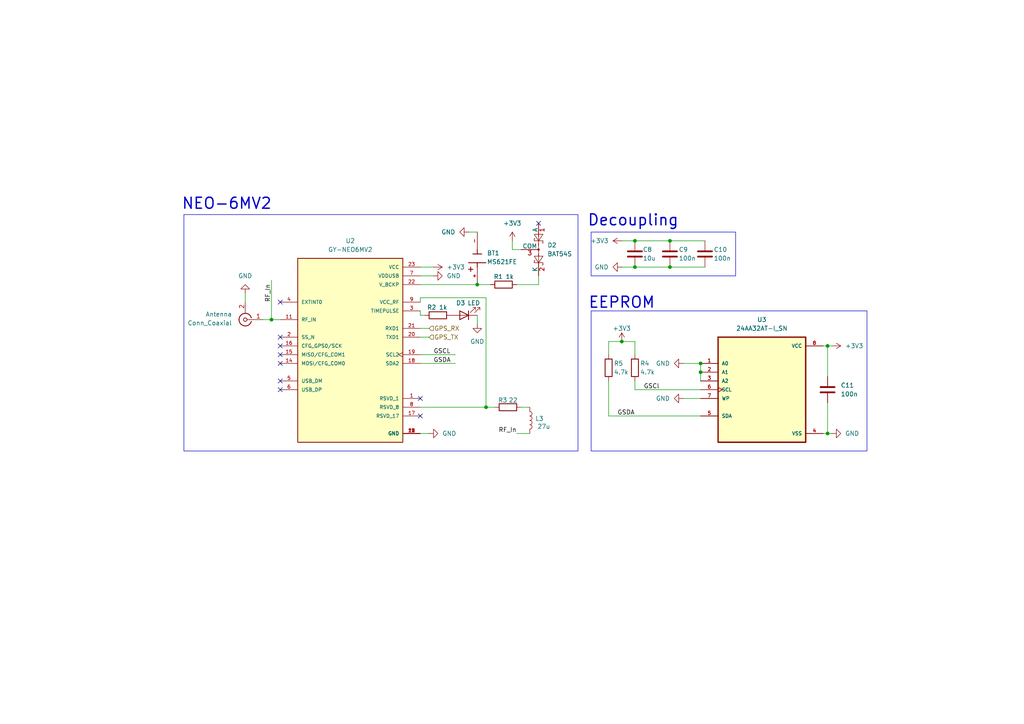
<source format=kicad_sch>
(kicad_sch (version 20250114) (generator "eeschema") (generator_version "9.0")
  (paper "A4")
  (lib_symbols
    (symbol "24AA32AT-I_SN:24AA32AT-I_SN" (pin_names (offset 1.016))
      (property "Reference" "U" (at -12.7 16.24 0))
      (property "Value" "24AA32AT-I_SN" (at -12.7 -19.24 0))
      (symbol "24AA32AT-I_SN_0_0"
        (rectangle (start -12.7 -15.24) (end 12.7 15.24) (stroke (width 0.41)) (fill (type background)))
        (pin input line (at -17.78 7.62 0) (length 5.08) (name "A0") (number "1"))
        (pin input line (at -17.78 5.08 0) (length 5.08) (name "A1") (number "2"))
        (pin input line (at -17.78 2.54 0) (length 5.08) (name "A2") (number "3"))
        (pin input clock (at -17.78 0 0) (length 5.08) (name "SCL") (number "6"))
        (pin input line (at -17.78 -2.54 0) (length 5.08) (name "WP") (number "7"))
        (pin bidirectional line (at -17.78 -7.62 0) (length 5.08) (name "SDA") (number "5"))
        (pin power_in line (at 17.78 12.7 180) (length 5.08) (name "VCC") (number "8"))
        (pin power_in line (at 17.78 -12.7 180) (length 5.08) (name "VSS") (number "4"))
      )
    )
    (symbol "Connector:Conn_Coaxial" (pin_names (offset 1.016) (hide yes))
      (property "Reference" "J" (at 0.254 3.048 0))
      (property "Value" "Conn_Coaxial" (at 2.921 0 90))
      (symbol "Conn_Coaxial_0_1"
        (polyline (pts (xy -2.54 0) (xy -0.508 0)))
        (arc (start 1.778 0) (mid 0.222 -1.8079) (end -1.778 -0.508) (stroke (width 0.254)))
        (arc (start -1.778 0.508) (mid 0.2221 1.8084) (end 1.778 0) (stroke (width 0.254)))
        (circle (center 0 0) (radius 0.508) (stroke (width 0.2032)))
        (polyline (pts (xy 0 -2.54) (xy 0 -1.778)))
      )
      (symbol "Conn_Coaxial_1_1"
        (pin passive line (at -5.08 0 0) (length 2.54) (name "In") (number "1"))
        (pin passive line (at 0 -5.08 90) (length 2.54) (name "Ext") (number "2"))
      )
    )
    (symbol "Device:C" (pin_numbers (hide yes)) (pin_names (offset 0.254))
      (property "Reference" "C" (at 0.635 2.54 0))
      (property "Value" "C" (at 0.635 -2.54 0))
      (symbol "C_0_1"
        (polyline (pts (xy -2.032 0.762) (xy 2.032 0.762)) (stroke (width 0.508)))
        (polyline (pts (xy -2.032 -0.762) (xy 2.032 -0.762)) (stroke (width 0.508)))
      )
      (symbol "C_1_1"
        (pin passive line (at 0 3.81 270) (length 2.794) (name "~") (number "1"))
        (pin passive line (at 0 -3.81 90) (length 2.794) (name "~") (number "2"))
      )
    )
    (symbol "Device:L" (pin_numbers (hide yes)) (pin_names (offset 1.016) (hide yes))
      (property "Reference" "L" (at -1.27 0 90))
      (property "Value" "L" (at 1.905 0 90))
      (symbol "L_0_1"
        (arc (start 0 2.54) (mid 0.6323 1.905) (end 0 1.27))
        (arc (start 0 1.27) (mid 0.6323 0.635) (end 0 0))
        (arc (start 0 0) (mid 0.6323 -0.635) (end 0 -1.27))
        (arc (start 0 -1.27) (mid 0.6323 -1.905) (end 0 -2.54))
      )
      (symbol "L_1_1"
        (pin passive line (at 0 3.81 270) (length 1.27) (name "1") (number "1"))
        (pin passive line (at 0 -3.81 90) (length 1.27) (name "2") (number "2"))
      )
    )
    (symbol "Device:LED" (pin_numbers (hide yes)) (pin_names (offset 1.016) (hide yes))
      (property "Reference" "D" (at 0 2.54 0))
      (property "Value" "LED" (at 0 -2.54 0))
      (symbol "LED_0_1"
        (polyline (pts (xy -3.048 -0.762) (xy -4.572 -2.286) (xy -3.81 -2.286) (xy -4.572 -2.286) (xy -4.572 -1.524)))
        (polyline (pts (xy -1.778 -0.762) (xy -3.302 -2.286) (xy -2.54 -2.286) (xy -3.302 -2.286) (xy -3.302 -1.524)))
        (polyline (pts (xy -1.27 0) (xy 1.27 0)))
        (polyline (pts (xy -1.27 -1.27) (xy -1.27 1.27)) (stroke (width 0.254)))
        (polyline (pts (xy 1.27 -1.27) (xy 1.27 1.27) (xy -1.27 0) (xy 1.27 -1.27)) (stroke (width 0.254)))
      )
      (symbol "LED_1_1"
        (pin passive line (at -3.81 0 0) (length 2.54) (name "K") (number "1"))
        (pin passive line (at 3.81 0 180) (length 2.54) (name "A") (number "2"))
      )
    )
    (symbol "Device:R" (pin_numbers (hide yes)) (pin_names (offset 0))
      (property "Reference" "R" (at 2.032 0 90))
      (property "Value" "R" (at 0 0 90))
      (symbol "R_0_1"
        (rectangle (start -1.016 -2.54) (end 1.016 2.54) (stroke (width 0.254)))
      )
      (symbol "R_1_1"
        (pin passive line (at 0 3.81 270) (length 1.27) (name "~") (number "1"))
        (pin passive line (at 0 -3.81 90) (length 1.27) (name "~") (number "2"))
      )
    )
    (symbol "Diode:BAT54S" (pin_names (offset 0))
      (property "Reference" "D" (at 2.54 -5.08 0))
      (property "Value" "BAT54S" (at -6.35 3.175 0))
      (symbol "BAT54S_0_1"
        (polyline (pts (xy -4.445 1.27) (xy -4.445 -1.27) (xy -2.54 0) (xy -4.445 1.27)))
        (polyline (pts (xy -3.81 0) (xy -1.27 0)))
        (polyline (pts (xy -3.175 -1.27) (xy -3.175 -1.016)))
        (polyline (pts (xy -2.54 1.27) (xy -1.905 1.27)))
        (polyline (pts (xy -2.54 -1.27) (xy -3.175 -1.27)))
        (polyline (pts (xy -2.54 -1.27) (xy -2.54 1.27)))
        (polyline (pts (xy -1.905 1.27) (xy -1.905 1.016)))
        (polyline (pts (xy -1.905 0) (xy 1.905 0)))
        (circle (center 0 0) (radius 0.254) (fill (type outline)))
        (polyline (pts (xy 1.27 0) (xy 3.81 0)))
        (polyline (pts (xy 1.905 1.27) (xy 1.905 -1.27) (xy 3.81 0) (xy 1.905 1.27)))
        (polyline (pts (xy 3.175 -1.27) (xy 3.175 -1.016)))
        (polyline (pts (xy 3.81 1.27) (xy 4.445 1.27)))
        (polyline (pts (xy 3.81 -1.27) (xy 3.175 -1.27)))
        (polyline (pts (xy 3.81 -1.27) (xy 3.81 1.27)))
        (polyline (pts (xy 4.445 1.27) (xy 4.445 1.016)))
      )
      (symbol "BAT54S_1_1"
        (pin passive line (at -7.62 0 0) (length 3.81) (name "A") (number "1"))
        (pin passive line (at 0 -5.08 90) (length 5.08) (name "COM") (number "3"))
        (pin passive line (at 7.62 0 180) (length 3.81) (name "K") (number "2"))
      )
    )
    (symbol "GY-NEO6MV2:GY-NEO6MV2" (pin_names (offset 1.016))
      (property "Reference" "U" (at -15.2439 26.0408 0))
      (property "Value" "GY-NEO6MV2" (at -15.2445 -30.4874 0))
      (symbol "GY-NEO6MV2_0_0"
        (rectangle (start -15.24 -27.94) (end 15.24 25.4) (stroke (width 0.254)) (fill (type background)))
        (pin input line (at -20.32 12.7 0) (length 5.08) (name "EXTINT0") (number "4"))
        (pin input line (at -20.32 7.62 0) (length 5.08) (name "RF_IN") (number "11"))
        (pin input line (at -20.32 2.54 0) (length 5.08) (name "SS_N") (number "2"))
        (pin input line (at -20.32 0 0) (length 5.08) (name "CFG_GPS0/SCK") (number "16"))
        (pin input line (at -20.32 -2.54 0) (length 5.08) (name "MISO/CFG_COM1") (number "15"))
        (pin bidirectional line (at -20.32 -5.08 0) (length 5.08) (name "MOSI/CFG_COM0") (number "14"))
        (pin bidirectional line (at -20.32 -10.16 0) (length 5.08) (name "USB_DM") (number "5"))
        (pin bidirectional line (at -20.32 -12.7 0) (length 5.08) (name "USB_DP") (number "6"))
        (pin power_in line (at 20.32 22.86 180) (length 5.08) (name "VCC") (number "23"))
        (pin power_in line (at 20.32 20.32 180) (length 5.08) (name "VDDUSB") (number "7"))
        (pin power_in line (at 20.32 17.78 180) (length 5.08) (name "V_BCKP") (number "22"))
        (pin output line (at 20.32 12.7 180) (length 5.08) (name "VCC_RF") (number "9"))
        (pin output line (at 20.32 10.16 180) (length 5.08) (name "TIMEPULSE") (number "3"))
        (pin input line (at 20.32 5.08 180) (length 5.08) (name "RXD1") (number "21"))
        (pin output line (at 20.32 2.54 180) (length 5.08) (name "TXD1") (number "20"))
        (pin bidirectional clock (at 20.32 -2.54 180) (length 5.08) (name "SCL2") (number "19"))
        (pin bidirectional line (at 20.32 -5.08 180) (length 5.08) (name "SDA2") (number "18"))
        (pin passive line (at 20.32 -15.24 180) (length 5.08) (name "RSVD_1") (number "1"))
        (pin passive line (at 20.32 -17.78 180) (length 5.08) (name "RSVD_8") (number "8"))
        (pin passive line (at 20.32 -20.32 180) (length 5.08) (name "RSVD_17") (number "17"))
        (pin power_in line (at 20.32 -25.4 180) (length 5.08) (name "GND") (number "10"))
        (pin power_in line (at 20.32 -25.4 180) (length 5.08) (name "GND") (number "12"))
        (pin power_in line (at 20.32 -25.4 180) (length 5.08) (name "GND") (number "13"))
        (pin power_in line (at 20.32 -25.4 180) (length 5.08) (name "GND") (number "24"))
      )
    )
    (symbol "MS621FE-FL11E:MS621FE-FL11E" (pin_names (offset 1.016))
      (property "Reference" "BT" (at -3.81 3.81 0))
      (property "Value" "MS621FE-FL11E" (at -3.81 -5.08 0))
      (symbol "MS621FE-FL11E_0_0"
        (polyline (pts (xy -3.81 1.905) (xy -2.54 1.905)) (stroke (width 0.254)))
        (polyline (pts (xy -3.175 2.54) (xy -3.175 1.27)) (stroke (width 0.254)))
        (polyline (pts (xy -1.27 2.54) (xy -1.27 -2.54)) (stroke (width 0.254)))
        (polyline (pts (xy -1.27 0) (xy -2.54 0)) (stroke (width 0.254)))
        (polyline (pts (xy 1.27 1.27) (xy 1.27 -1.27)) (stroke (width 0.254)))
        (polyline (pts (xy 1.27 0) (xy 2.54 0)) (stroke (width 0.254)))
        (pin passive line (at -7.62 0 0) (length 5.08) (name "~") (number "+"))
        (pin passive line (at 7.62 0 180) (length 5.08) (name "~") (number "-"))
      )
    )
    (symbol "power:+3V3" (power) (pin_numbers (hide yes)) (pin_names (offset 0) (hide yes))
      (property "Value" "+3V3" (at 0 3.556 0))
      (symbol "+3V3_0_1"
        (polyline (pts (xy -0.762 1.27) (xy 0 2.54)))
        (polyline (pts (xy 0 2.54) (xy 0.762 1.27)))
        (polyline (pts (xy 0 0) (xy 0 2.54)))
      )
      (symbol "+3V3_1_1"
        (pin power_in line (at 0 0 90) (length 0) (name "~") (number "1"))
      )
    )
    (symbol "power:GND" (power) (pin_numbers (hide yes)) (pin_names (offset 0) (hide yes))
      (property "Value" "GND" (at 0 -3.81 0))
      (symbol "GND_0_1"
        (polyline (pts (xy 0 0) (xy 0 -1.27) (xy 1.27 -1.27) (xy 0 -2.54) (xy -1.27 -1.27) (xy 0 -1.27)))
      )
      (symbol "GND_1_1"
        (pin power_in line (at 0 0 270) (length 0) (name "~") (number "1"))
      )
    )
  )
  (rectangle (start 171.45 67.31) (end 213.36 80.01))
  (rectangle (start 171.45 90.17) (end 251.46 130.81))
  (rectangle (start 53.34 62.23) (end 167.64 130.81))
  (text "Decoupling" (at 183.642 64.008 0) (effects (font (size 3.175 3.175) (thickness 0.3969))))
  (text "NEO-6MV2" (at 65.786 59.182 0) (effects (font (size 3.175 3.175) (thickness 0.3969))))
  (text "EEPROM" (at 180.34 87.884 0) (effects (font (size 3.175 3.175) (thickness 0.3969))))
  (junction (at 194.31 77.47))
  (junction (at 184.15 69.85))
  (junction (at 184.15 77.47))
  (junction (at 78.74 92.71))
  (junction (at 194.31 69.85))
  (junction (at 203.2 107.95))
  (junction (at 240.03 100.33))
  (junction (at 240.03 125.73))
  (junction (at 138.43 82.55))
  (junction (at 180.34 99.06))
  (junction (at 140.97 118.11))
  (junction (at 203.2 105.41))
  (no_connect (at 81.28 110.49))
  (no_connect (at 81.28 97.79))
  (no_connect (at 81.28 113.03))
  (no_connect (at 121.92 115.57))
  (no_connect (at 156.21 64.77))
  (no_connect (at 81.28 87.63))
  (no_connect (at 121.92 120.65))
  (no_connect (at 81.28 105.41))
  (no_connect (at 81.28 102.87))
  (no_connect (at 81.28 100.33))
  (wire (pts (xy 140.97 86.36) (xy 140.97 118.11)))
  (wire (pts (xy 121.92 91.44) (xy 123.19 91.44)))
  (wire (pts (xy 180.34 69.85) (xy 184.15 69.85)))
  (wire (pts (xy 121.92 125.73) (xy 124.46 125.73)))
  (wire (pts (xy 184.15 69.85) (xy 194.31 69.85)))
  (wire (pts (xy 78.74 92.71) (xy 81.28 92.71)))
  (wire (pts (xy 121.92 86.36) (xy 140.97 86.36)))
  (wire (pts (xy 240.03 125.73) (xy 241.3 125.73)))
  (wire (pts (xy 180.34 99.06) (xy 184.15 99.06)))
  (wire (pts (xy 140.97 118.11) (xy 143.51 118.11)))
  (wire (pts (xy 198.12 115.57) (xy 203.2 115.57)))
  (wire (pts (xy 194.31 77.47) (xy 204.47 77.47)))
  (wire (pts (xy 138.43 91.44) (xy 138.43 93.98)))
  (wire (pts (xy 184.15 99.06) (xy 184.15 102.87)))
  (wire (pts (xy 176.53 99.06) (xy 180.34 99.06)))
  (wire (pts (xy 180.34 77.47) (xy 184.15 77.47)))
  (wire (pts (xy 184.15 113.03) (xy 203.2 113.03)))
  (wire (pts (xy 121.92 90.17) (xy 121.92 91.44)))
  (wire (pts (xy 240.03 100.33) (xy 240.03 109.22)))
  (wire (pts (xy 140.97 118.11) (xy 121.92 118.11)))
  (wire (pts (xy 121.92 105.41) (xy 132.08 105.41)))
  (wire (pts (xy 138.43 82.55) (xy 142.24 82.55)))
  (wire (pts (xy 238.76 125.73) (xy 240.03 125.73)))
  (wire (pts (xy 156.21 80.01) (xy 156.21 82.55)))
  (wire (pts (xy 121.92 82.55) (xy 138.43 82.55)))
  (wire (pts (xy 156.21 82.55) (xy 149.86 82.55)))
  (wire (pts (xy 176.53 120.65) (xy 176.53 110.49)))
  (wire (pts (xy 78.74 81.28) (xy 78.74 92.71)))
  (wire (pts (xy 151.13 118.11) (xy 153.67 118.11)))
  (wire (pts (xy 203.2 105.41) (xy 203.2 107.95)))
  (wire (pts (xy 121.92 87.63) (xy 121.92 86.36)))
  (wire (pts (xy 135.89 67.31) (xy 138.43 67.31)))
  (wire (pts (xy 121.92 97.79) (xy 124.46 97.79)))
  (wire (pts (xy 176.53 120.65) (xy 203.2 120.65)))
  (wire (pts (xy 240.03 100.33) (xy 241.3 100.33)))
  (wire (pts (xy 121.92 77.47) (xy 125.73 77.47)))
  (wire (pts (xy 121.92 95.25) (xy 124.46 95.25)))
  (wire (pts (xy 176.53 102.87) (xy 176.53 99.06)))
  (wire (pts (xy 121.92 80.01) (xy 125.73 80.01)))
  (wire (pts (xy 203.2 107.95) (xy 203.2 110.49)))
  (wire (pts (xy 240.03 116.84) (xy 240.03 125.73)))
  (wire (pts (xy 184.15 110.49) (xy 184.15 113.03)))
  (wire (pts (xy 76.2 92.71) (xy 78.74 92.71)))
  (wire (pts (xy 148.59 69.85) (xy 148.59 72.39)))
  (wire (pts (xy 194.31 69.85) (xy 204.47 69.85)))
  (wire (pts (xy 121.92 102.87) (xy 132.08 102.87)))
  (wire (pts (xy 198.12 105.41) (xy 203.2 105.41)))
  (wire (pts (xy 238.76 100.33) (xy 240.03 100.33)))
  (wire (pts (xy 184.15 77.47) (xy 194.31 77.47)))
  (wire (pts (xy 71.12 85.09) (xy 71.12 87.63)))
  (wire (pts (xy 148.59 72.39) (xy 151.13 72.39)))
  (wire (pts (xy 153.67 125.73) (xy 149.86 125.73)))
  (label "RF_In" (at 78.74 87.63 90))
  (label "GSCL" (at 125.73 102.87 0))
  (label "GSDA" (at 125.73 105.41 0))
  (label "GSDA" (at 179.07 120.65 0))
  (label "RF_In" (at 149.86 125.73 180))
  (label "GSCl" (at 186.69 113.03 0))
  (hierarchical_label "GPS_RX" (shape input) (at 124.46 95.25 0))
  (hierarchical_label "GPS_TX" (shape input) (at 124.46 97.79 0))
  (symbol (lib_id "power:GND") (at 180.34 77.47 270) (unit 1)
    (property "Reference" "#PWR02" (effects (hide yes)))
    (property "Value" "GND" (at 176.53 77.4699 90) (effects (justify right)))
    (property "Description" "Power symbol creates a global label with name \"GND\" , ground" (effects (hide yes)))
  )
  (symbol (lib_id "power:GND") (at 124.46 125.73 90) (unit 1)
    (property "Reference" "#PWR016" (effects (hide yes)))
    (property "Value" "GND" (at 128.27 125.7299 90) (effects (justify right)))
    (property "Description" "Power symbol creates a global label with name \"GND\" , ground" (effects (hide yes)))
  )
  (symbol (lib_id "power:+3V3") (at 148.59 69.85 0) (unit 1)
    (property "Reference" "#PWR021" (effects (hide yes)))
    (property "Value" "+3V3" (at 148.59 64.77 0))
    (property "Description" "Power symbol creates a global label with name \"+3V3\"" (effects (hide yes)))
  )
  (symbol (lib_id "power:GND") (at 135.89 67.31 270) (unit 1)
    (property "Reference" "#PWR019" (effects (hide yes)))
    (property "Value" "GND" (at 132.08 67.3099 90) (effects (justify right)))
    (property "Description" "Power symbol creates a global label with name \"GND\" , ground" (effects (hide yes)))
  )
  (symbol (lib_id "Device:L") (at 153.67 121.92 0) (unit 1)
    (property "Reference" "L3" (at 156.464 121.412 0))
    (property "Value" "27u" (at 157.734 123.698 0))
    (property "Description" "Inductor" (effects (hide yes)))
  )
  (symbol (lib_id "power:GND") (at 198.12 105.41 270) (unit 1)
    (property "Reference" "#PWR01" (effects (hide yes)))
    (property "Value" "GND" (at 194.31 105.4099 90) (effects (justify right)))
    (property "Description" "Power symbol creates a global label with name \"GND\" , ground" (effects (hide yes)))
  )
  (symbol (lib_id "Device:R") (at 146.05 82.55 90) (unit 1)
    (property "Reference" "R1" (at 144.526 80.264 90))
    (property "Value" "1k" (at 147.828 80.264 90))
    (property "Description" "Resistor" (effects (hide yes)))
  )
  (symbol (lib_id "MS621FE-FL11E:MS621FE-FL11E") (at 138.43 74.93 90) (unit 1)
    (property "Reference" "BT1" (at 141.224 73.406 90) (effects (justify right)))
    (property "Value" "MS621FE" (at 141.224 75.946 90) (effects (justify right)))
    (property "Footprint" "MS621FE-FL11E:BAT_MS621FE-FL11E" (effects (hide yes)))
    (property "MF" "Seiko Instruments" (effects (hide yes)))
    (property "MAXIMUM_PACKAGE_HEIGHT" "2.8mm" (effects (hide yes)))
    (property "Package" "QFP-128 Seiko" (effects (hide yes)))
    (property "Price" "None" (effects (hide yes)))
    (property "Check_prices" "https://www.snapeda.com/parts/MS621FE-FL11E/Seiko/view-part/?ref=eda" (effects (hide yes)))
    (property "STANDARD" "Manufacturer Recommendations" (effects (hide yes)))
    (property "PARTREV" "E" (effects (hide yes)))
    (property "SnapEDA_Link" "https://www.snapeda.com/parts/MS621FE-FL11E/Seiko/view-part/?ref=snap" (effects (hide yes)))
    (property "MP" "MS621FE-FL11E" (effects (hide yes)))
    (property "Description_1" "Coin, 6.8mm 3 V Lithium Battery Rechargeable (Secondary) 5.5mAh" (effects (hide yes)))
    (property "Availability" "In Stock" (effects (hide yes)))
    (property "MANUFACTURER" "Seiko Instruments" (effects (hide yes)))
  )
  (symbol (lib_id "Connector:Conn_Coaxial") (at 71.12 92.71 180) (unit 1)
    (property "Reference" "Antenna" (at 67.31 91.1467 0) (effects (justify left)))
    (property "Value" "Conn_Coaxial" (at 67.31 93.6867 0) (effects (justify left)))
    (property "Footprint" "Connector_Coaxial:U.FL_Hirose_U.FL-R-SMT-1_Vertical" (effects (hide yes)))
    (property "Description" "coaxial connector (BNC, SMA, SMB, SMC, Cinch/RCA, LEMO, ...)" (effects (hide yes)))
  )
  (symbol (lib_id "power:+3V3") (at 180.34 99.06 0) (unit 1)
    (property "Reference" "#PWR023" (effects (hide yes)))
    (property "Value" "+3V3" (at 180.34 95.25 0))
    (property "Description" "Power symbol creates a global label with name \"+3V3\"" (effects (hide yes)))
  )
  (symbol (lib_id "power:GND") (at 198.12 115.57 270) (unit 1)
    (property "Reference" "#PWR013" (effects (hide yes)))
    (property "Value" "GND" (at 194.31 115.5699 90) (effects (justify right)))
    (property "Description" "Power symbol creates a global label with name \"GND\" , ground" (effects (hide yes)))
  )
  (symbol (lib_id "24AA32AT-I_SN:24AA32AT-I_SN") (at 220.98 113.03 0) (unit 1)
    (property "Reference" "U3" (at 220.98 92.71 0))
    (property "Value" "24AA32AT-I_SN" (at 220.98 95.25 0))
    (property "Footprint" "24AA32AT-I_SN:SOIC127P600X175-8N" (effects (hide yes)))
    (property "MF" "Microchip" (effects (hide yes)))
    (property "Description_1" "32K, 4K X 8 1.8V SERIAL EE IND8 SOIC 3.90mm(.150in) T/R | Microchip Technology Inc. 24AA32AT-I/SN" (effects (hide yes)))
    (property "Package" "SO-8 Microchip" (effects (hide yes)))
    (property "Price" "None" (effects (hide yes)))
    (property "Check_prices" "https://www.snapeda.com/parts/24AA32AT-I/SN/Microchip/view-part/?ref=eda" (effects (hide yes)))
    (property "SnapEDA_Link" "https://www.snapeda.com/parts/24AA32AT-I/SN/Microchip/view-part/?ref=snap" (effects (hide yes)))
    (property "MP" "24AA32AT-I/SN" (effects (hide yes)))
    (property "Availability" "In Stock" (effects (hide yes)))
    (property "Manufacturer" "Microchip" (effects (hide yes)))
  )
  (symbol (lib_id "Device:R") (at 147.32 118.11 90) (unit 1)
    (property "Reference" "R3" (at 145.796 116.078 90))
    (property "Value" "22" (at 148.844 116.078 90))
    (property "Description" "Resistor" (effects (hide yes)))
  )
  (symbol (lib_id "Device:R") (at 176.53 106.68 0) (unit 1)
    (property "Reference" "R5" (at 178.054 105.41 0) (effects (justify left)))
    (property "Value" "4.7k" (at 178.054 107.95 0) (effects (justify left)))
    (property "Description" "Resistor" (effects (hide yes)))
  )
  (symbol (lib_id "Device:R") (at 184.15 106.68 0) (unit 1)
    (property "Reference" "R4" (at 185.674 105.41 0) (effects (justify left)))
    (property "Value" "4.7k" (at 185.674 107.95 0) (effects (justify left)))
    (property "Description" "Resistor" (effects (hide yes)))
  )
  (symbol (lib_id "power:GND") (at 125.73 80.01 90) (unit 1)
    (property "Reference" "#PWR020" (effects (hide yes)))
    (property "Value" "GND" (at 129.54 80.0099 90) (effects (justify right)))
    (property "Description" "Power symbol creates a global label with name \"GND\" , ground" (effects (hide yes)))
  )
  (symbol (lib_id "power:GND") (at 71.12 85.09 180) (unit 1)
    (property "Reference" "#PWR018" (effects (hide yes)))
    (property "Value" "GND" (at 71.12 80.01 0))
    (property "Description" "Power symbol creates a global label with name \"GND\" , ground" (effects (hide yes)))
  )
  (symbol (lib_id "Device:LED") (at 134.62 91.44 180) (unit 1)
    (property "Reference" "D3" (at 133.604 87.884 0))
    (property "Value" "LED" (at 137.414 87.884 0))
    (property "Description" "Light emitting diode" (effects (hide yes)))
    (property "Sim.Pins" "1=K 2=A" (effects (hide yes)))
  )
  (symbol (lib_id "power:GND") (at 241.3 125.73 90) (unit 1)
    (property "Reference" "#PWR015" (effects (hide yes)))
    (property "Value" "GND" (at 245.11 125.7299 90) (effects (justify right)))
    (property "Description" "Power symbol creates a global label with name \"GND\" , ground" (effects (hide yes)))
  )
  (symbol (lib_id "Device:C") (at 240.03 113.03 0) (unit 1)
    (property "Reference" "C11" (at 243.84 111.7599 0) (effects (justify left)))
    (property "Value" "100n" (at 243.84 114.2999 0) (effects (justify left)))
    (property "Description" "Unpolarized capacitor" (effects (hide yes)))
  )
  (symbol (lib_id "power:+3V3") (at 180.34 69.85 90) (unit 1)
    (property "Reference" "#PWR03" (effects (hide yes)))
    (property "Value" "+3V3" (at 176.53 69.8499 90) (effects (justify left)))
    (property "Description" "Power symbol creates a global label with name \"+3V3\"" (effects (hide yes)))
  )
  (symbol (lib_id "Device:C") (at 204.47 73.66 0) (unit 1)
    (property "Reference" "C10" (at 207.01 72.39 0) (effects (justify left)))
    (property "Value" "100n" (at 207.01 74.93 0) (effects (justify left)))
    (property "Description" "Unpolarized capacitor" (effects (hide yes)))
  )
  (symbol (lib_id "Device:R") (at 127 91.44 90) (unit 1)
    (property "Reference" "R2" (at 125.222 89.154 90))
    (property "Value" "1k" (at 128.524 89.154 90))
    (property "Description" "Resistor" (effects (hide yes)))
  )
  (symbol (lib_id "GY-NEO6MV2:GY-NEO6MV2") (at 101.6 100.33 0) (unit 1)
    (property "Reference" "U2" (at 101.6 69.85 0))
    (property "Value" "GY-NEO6MV2" (at 101.6 72.39 0))
    (property "Footprint" "GY-NEO6MV2:XCVR_GY-NEO6MV2" (effects (hide yes)))
    (property "MF" "Ublox" (effects (hide yes)))
    (property "MAXIMUM_PACKAGE_HEIGHT" "2.6 mm" (effects (hide yes)))
    (property "Package" "Package" (effects (hide yes)))
    (property "Price" "None" (effects (hide yes)))
    (property "Check_prices" "https://www.snapeda.com/parts/GY-NEO6MV2/Ublox/view-part/?ref=eda" (effects (hide yes)))
    (property "STANDARD" "Manufacturer Recommendations" (effects (hide yes)))
    (property "PARTREV" "E" (effects (hide yes)))
    (property "SnapEDA_Link" "https://www.snapeda.com/parts/GY-NEO6MV2/Ublox/view-part/?ref=snap" (effects (hide yes)))
    (property "MP" "GY-NEO6MV2" (effects (hide yes)))
    (property "Description_1" "The NEO-6 module series is a family of stand-alone GPS receivers featuring the high performance u-blox 6\npositioning engine." (effects (hide yes)))
    (property "Availability" "Not in stock" (effects (hide yes)))
    (property "MANUFACTURER" "Ublox" (effects (hide yes)))
  )
  (symbol (lib_id "power:GND") (at 138.43 93.98 0) (unit 1)
    (property "Reference" "#PWR022" (effects (hide yes)))
    (property "Value" "GND" (at 138.43 99.06 0))
    (property "Description" "Power symbol creates a global label with name \"GND\" , ground" (effects (hide yes)))
  )
  (symbol (lib_id "power:+3V3") (at 241.3 100.33 270) (unit 1)
    (property "Reference" "#PWR014" (effects (hide yes)))
    (property "Value" "+3V3" (at 245.11 100.3299 90) (effects (justify left)))
    (property "Description" "Power symbol creates a global label with name \"+3V3\"" (effects (hide yes)))
  )
  (symbol (lib_id "power:+3V3") (at 125.73 77.47 270) (unit 1)
    (property "Reference" "#PWR017" (effects (hide yes)))
    (property "Value" "+3V3" (at 129.54 77.4699 90) (effects (justify left)))
    (property "Description" "Power symbol creates a global label with name \"+3V3\"" (effects (hide yes)))
  )
  (symbol (lib_id "Device:C") (at 184.15 73.66 0) (unit 1)
    (property "Reference" "C8" (at 186.436 72.39 0) (effects (justify left)))
    (property "Value" "10u" (at 186.436 74.93 0) (effects (justify left)))
    (property "Description" "Unpolarized capacitor" (effects (hide yes)))
  )
  (symbol (lib_id "Diode:BAT54S") (at 156.21 72.39 270) (unit 1)
    (property "Reference" "D2" (at 158.75 71.1199 90) (effects (justify left)))
    (property "Value" "BAT54S" (at 158.75 73.6599 90) (effects (justify left)))
    (property "Footprint" "Package_TO_SOT_SMD:SOT-23" (effects (hide yes)))
    (property "Datasheet" "https://www.diodes.com/assets/Datasheets/ds11005.pdf" (effects (hide yes)))
    (property "Description" "Vr 30V, If 200mA, Dual schottky barrier diode, in series, SOT-323" (effects (hide yes)))
  )
  (symbol (lib_id "Device:C") (at 194.31 73.66 0) (unit 1)
    (property "Reference" "C9" (at 196.85 72.39 0) (effects (justify left)))
    (property "Value" "100n" (at 196.85 74.93 0) (effects (justify left)))
    (property "Description" "Unpolarized capacitor" (effects (hide yes)))
  )
)
</source>
